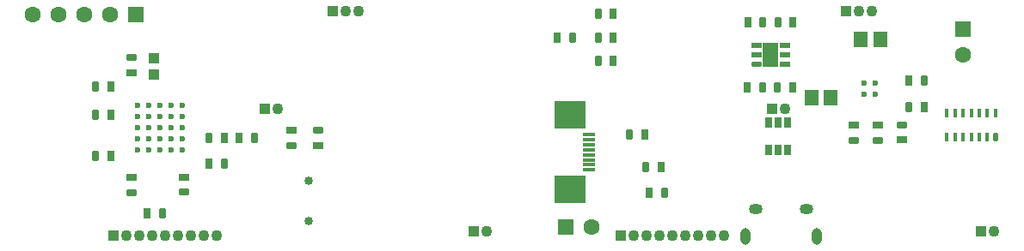
<source format=gbs>
G04*
G04 #@! TF.GenerationSoftware,Altium Limited,Altium Designer,21.3.2 (30)*
G04*
G04 Layer_Color=16711935*
%FSLAX44Y44*%
%MOMM*%
G71*
G04*
G04 #@! TF.SameCoordinates,BB622590-8895-4630-97EF-0A5410F07859*
G04*
G04*
G04 #@! TF.FilePolarity,Negative*
G04*
G01*
G75*
%ADD54R,1.4000X1.6000*%
%ADD74R,1.0000X0.7000*%
G04:AMPARAMS|DCode=75|XSize=0.7mm|YSize=1mm|CornerRadius=0.2mm|HoleSize=0mm|Usage=FLASHONLY|Rotation=270.000|XOffset=0mm|YOffset=0mm|HoleType=Round|Shape=RoundedRectangle|*
%AMROUNDEDRECTD75*
21,1,0.7000,0.6000,0,0,270.0*
21,1,0.3000,1.0000,0,0,270.0*
1,1,0.4000,-0.3000,-0.1500*
1,1,0.4000,-0.3000,0.1500*
1,1,0.4000,0.3000,0.1500*
1,1,0.4000,0.3000,-0.1500*
%
%ADD75ROUNDEDRECTD75*%
%ADD76R,0.7000X1.0000*%
G04:AMPARAMS|DCode=77|XSize=0.7mm|YSize=1mm|CornerRadius=0.2mm|HoleSize=0mm|Usage=FLASHONLY|Rotation=0.000|XOffset=0mm|YOffset=0mm|HoleType=Round|Shape=RoundedRectangle|*
%AMROUNDEDRECTD77*
21,1,0.7000,0.6000,0,0,0.0*
21,1,0.3000,1.0000,0,0,0.0*
1,1,0.4000,0.1500,-0.3000*
1,1,0.4000,-0.1500,-0.3000*
1,1,0.4000,-0.1500,0.3000*
1,1,0.4000,0.1500,0.3000*
%
%ADD77ROUNDEDRECTD77*%
%ADD81O,1.0000X1.6500*%
%ADD82O,1.3500X1.0500*%
%ADD83R,1.6000X1.6000*%
%ADD84C,1.6000*%
%ADD85R,1.6000X1.6000*%
%ADD86C,1.1000*%
%ADD87R,1.1000X1.1000*%
%ADD88C,0.8500*%
%ADD89C,0.6000*%
%ADD112R,1.3000X0.4000*%
%ADD113R,3.1000X2.8000*%
%ADD114R,1.0400X0.9900*%
%ADD115R,0.7000X1.1000*%
G04:AMPARAMS|DCode=116|XSize=0.7mm|YSize=1.1mm|CornerRadius=0.2mm|HoleSize=0mm|Usage=FLASHONLY|Rotation=180.000|XOffset=0mm|YOffset=0mm|HoleType=Round|Shape=RoundedRectangle|*
%AMROUNDEDRECTD116*
21,1,0.7000,0.7000,0,0,180.0*
21,1,0.3000,1.1000,0,0,180.0*
1,1,0.4000,-0.1500,0.3500*
1,1,0.4000,0.1500,0.3500*
1,1,0.4000,0.1500,-0.3500*
1,1,0.4000,-0.1500,-0.3500*
%
%ADD116ROUNDEDRECTD116*%
%ADD117R,1.5900X2.4700*%
%ADD118R,1.0000X0.5000*%
G04:AMPARAMS|DCode=119|XSize=0.5mm|YSize=1mm|CornerRadius=0.15mm|HoleSize=0mm|Usage=FLASHONLY|Rotation=270.000|XOffset=0mm|YOffset=0mm|HoleType=Round|Shape=RoundedRectangle|*
%AMROUNDEDRECTD119*
21,1,0.5000,0.7000,0,0,270.0*
21,1,0.2000,1.0000,0,0,270.0*
1,1,0.3000,-0.3500,-0.1000*
1,1,0.3000,-0.3500,0.1000*
1,1,0.3000,0.3500,0.1000*
1,1,0.3000,0.3500,-0.1000*
%
%ADD119ROUNDEDRECTD119*%
G04:AMPARAMS|DCode=120|XSize=0.85mm|YSize=0.45mm|CornerRadius=0.1375mm|HoleSize=0mm|Usage=FLASHONLY|Rotation=90.000|XOffset=0mm|YOffset=0mm|HoleType=Round|Shape=RoundedRectangle|*
%AMROUNDEDRECTD120*
21,1,0.8500,0.1750,0,0,90.0*
21,1,0.5750,0.4500,0,0,90.0*
1,1,0.2750,0.0875,0.2875*
1,1,0.2750,0.0875,-0.2875*
1,1,0.2750,-0.0875,-0.2875*
1,1,0.2750,-0.0875,0.2875*
%
%ADD120ROUNDEDRECTD120*%
%ADD121R,0.4500X0.8500*%
D54*
X1331270Y709526D02*
D03*
X1350270D02*
D03*
X1301500Y652000D02*
D03*
X1282500D02*
D03*
D74*
X1371503Y609997D02*
D03*
X797000Y604500D02*
D03*
X771000Y619500D02*
D03*
X1324498Y624500D02*
D03*
X613000Y676293D02*
D03*
Y573000D02*
D03*
X664542Y573500D02*
D03*
X1348000Y624500D02*
D03*
D75*
X1371503Y624997D02*
D03*
X797000Y619500D02*
D03*
X771000Y604500D02*
D03*
X1324498Y609500D02*
D03*
X613000Y691292D02*
D03*
Y558000D02*
D03*
X664542Y558500D02*
D03*
X1348000Y609500D02*
D03*
D76*
X1118500Y615542D02*
D03*
X1123000Y558000D02*
D03*
X1134500Y583000D02*
D03*
X1087500Y687995D02*
D03*
X1032500Y711000D02*
D03*
X1087500Y711497D02*
D03*
Y735000D02*
D03*
X1378500Y669000D02*
D03*
X1393500Y643000D02*
D03*
X1264043Y661707D02*
D03*
X1219500Y661708D02*
D03*
X1264500Y726292D02*
D03*
X1219957D02*
D03*
X628500Y537957D02*
D03*
X592500Y635000D02*
D03*
X592500Y594000D02*
D03*
X719043Y612000D02*
D03*
X704500D02*
D03*
X689500Y586457D02*
D03*
X592500Y663000D02*
D03*
D77*
X1103500Y615542D02*
D03*
X1138000Y558000D02*
D03*
X1119500Y583000D02*
D03*
X1072500Y687995D02*
D03*
X1047500Y711000D02*
D03*
X1072500Y711497D02*
D03*
Y735000D02*
D03*
X1393500Y669000D02*
D03*
X1378500Y643000D02*
D03*
X1249043Y661707D02*
D03*
X1234500Y661708D02*
D03*
X1249500Y726292D02*
D03*
X1234957D02*
D03*
X643500Y537957D02*
D03*
X577500Y635000D02*
D03*
X577500Y594000D02*
D03*
X734043Y612000D02*
D03*
X689500D02*
D03*
X704500Y586457D02*
D03*
X577500Y663000D02*
D03*
D81*
X1218000Y514500D02*
D03*
X1288000D02*
D03*
D82*
X1228000Y541500D02*
D03*
X1278000Y541500D02*
D03*
D83*
X617257Y734000D02*
D03*
X1041000Y524000D02*
D03*
D84*
X591857Y734000D02*
D03*
X566457D02*
D03*
X541058D02*
D03*
X515658D02*
D03*
X1432000Y694000D02*
D03*
X1066400Y524000D02*
D03*
D85*
X1432000Y719400D02*
D03*
D86*
X696600Y516000D02*
D03*
X683900D02*
D03*
X671200D02*
D03*
X658500D02*
D03*
X645800D02*
D03*
X633100D02*
D03*
X620400D02*
D03*
X607700D02*
D03*
X756700Y641000D02*
D03*
X823700Y737000D02*
D03*
X836400D02*
D03*
X962700Y520000D02*
D03*
X1107700Y516000D02*
D03*
X1120400D02*
D03*
X1133100D02*
D03*
X1145800D02*
D03*
X1158500D02*
D03*
X1171200D02*
D03*
X1183900D02*
D03*
X1196600D02*
D03*
X1342400Y737000D02*
D03*
X1329700D02*
D03*
X1462700Y520000D02*
D03*
X1256700Y641000D02*
D03*
D87*
X595000Y516000D02*
D03*
X744000Y641000D02*
D03*
X811000Y737000D02*
D03*
X950000Y520000D02*
D03*
X1095000Y516000D02*
D03*
X1317000Y737000D02*
D03*
X1450000Y520000D02*
D03*
X1244000Y641000D02*
D03*
D88*
X788000Y530000D02*
D03*
Y570000D02*
D03*
D89*
X1345500Y666500D02*
D03*
Y655500D02*
D03*
X1334500Y666500D02*
D03*
Y655500D02*
D03*
X619000Y600000D02*
D03*
X619000Y611000D02*
D03*
X619000Y622000D02*
D03*
X619000Y633000D02*
D03*
X619000Y644000D02*
D03*
X630000Y600000D02*
D03*
Y611000D02*
D03*
X630000Y622000D02*
D03*
X630000Y633000D02*
D03*
Y644000D02*
D03*
X641000Y600000D02*
D03*
Y611000D02*
D03*
Y622000D02*
D03*
Y633000D02*
D03*
Y644000D02*
D03*
X652000Y600000D02*
D03*
Y611000D02*
D03*
X652000Y622000D02*
D03*
X652000Y633000D02*
D03*
Y644000D02*
D03*
X663000Y600000D02*
D03*
X663000Y611000D02*
D03*
X663000Y622000D02*
D03*
X663000Y633000D02*
D03*
X663000Y644000D02*
D03*
D112*
X1063600Y615500D02*
D03*
Y610500D02*
D03*
Y605500D02*
D03*
Y580500D02*
D03*
Y585500D02*
D03*
Y590500D02*
D03*
Y595500D02*
D03*
Y600500D02*
D03*
D113*
X1045000Y561200D02*
D03*
Y634800D02*
D03*
D114*
X634793Y690850D02*
D03*
Y675150D02*
D03*
D115*
X1240500Y600250D02*
D03*
X1250000D02*
D03*
X1259500D02*
D03*
Y627750D02*
D03*
X1250000Y627750D02*
D03*
D116*
X1240500Y627750D02*
D03*
D117*
X1242650Y694000D02*
D03*
D118*
X1256600Y703500D02*
D03*
X1256600Y694000D02*
D03*
X1256600Y684500D02*
D03*
X1228700Y703500D02*
D03*
Y694000D02*
D03*
D119*
Y684500D02*
D03*
D120*
X1464000Y613000D02*
D03*
D121*
X1456000Y613000D02*
D03*
X1448000Y613000D02*
D03*
X1440000D02*
D03*
X1432000D02*
D03*
X1424000Y613000D02*
D03*
X1416000Y613000D02*
D03*
Y637000D02*
D03*
X1424000D02*
D03*
X1432000D02*
D03*
X1440000D02*
D03*
X1448000Y637000D02*
D03*
X1456000D02*
D03*
X1464000Y637000D02*
D03*
M02*

</source>
